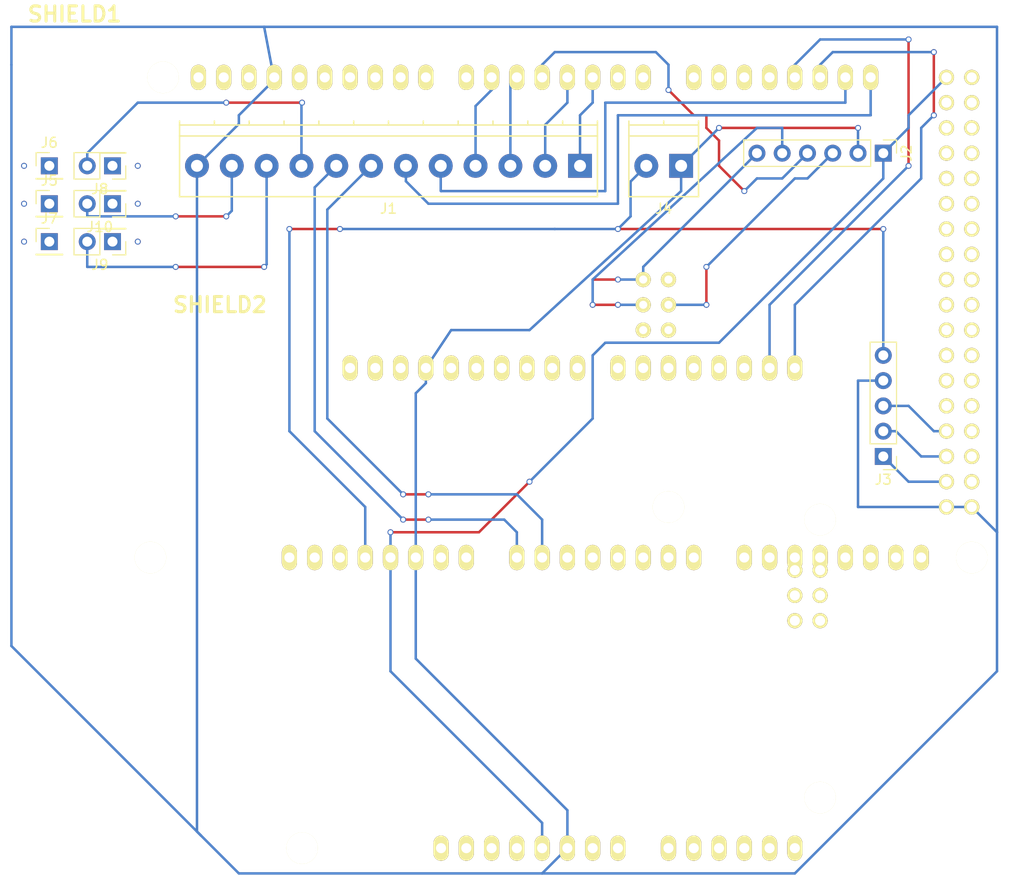
<source format=kicad_pcb>
(kicad_pcb (version 4) (host pcbnew 4.0.6-e0-6349~53~ubuntu16.04.1)

  (general
    (links 37)
    (no_connects 3)
    (area 0 0 0 0)
    (thickness 1.6)
    (drawings 0)
    (tracks 204)
    (zones 0)
    (modules 12)
    (nets 24)
  )

  (page A4)
  (layers
    (0 F.Cu signal)
    (31 B.Cu signal)
    (32 B.Adhes user)
    (33 F.Adhes user)
    (34 B.Paste user)
    (35 F.Paste user)
    (36 B.SilkS user)
    (37 F.SilkS user)
    (38 B.Mask user)
    (39 F.Mask user)
    (40 Dwgs.User user)
    (41 Cmts.User user)
    (42 Eco1.User user)
    (43 Eco2.User user)
    (44 Edge.Cuts user)
    (45 Margin user)
    (46 B.CrtYd user)
    (47 F.CrtYd user)
    (48 B.Fab user)
    (49 F.Fab user)
  )

  (setup
    (last_trace_width 0.25)
    (trace_clearance 0.2)
    (zone_clearance 0.508)
    (zone_45_only no)
    (trace_min 0.2)
    (segment_width 0.2)
    (edge_width 0.15)
    (via_size 0.6)
    (via_drill 0.4)
    (via_min_size 0.4)
    (via_min_drill 0.3)
    (uvia_size 0.3)
    (uvia_drill 0.1)
    (uvias_allowed no)
    (uvia_min_size 0.2)
    (uvia_min_drill 0.1)
    (pcb_text_width 0.3)
    (pcb_text_size 1.5 1.5)
    (mod_edge_width 0.15)
    (mod_text_size 1 1)
    (mod_text_width 0.15)
    (pad_size 1.524 1.524)
    (pad_drill 0.762)
    (pad_to_mask_clearance 0.2)
    (aux_axis_origin 0 0)
    (visible_elements FFFFFF7F)
    (pcbplotparams
      (layerselection 0x00030_80000001)
      (usegerberextensions false)
      (excludeedgelayer true)
      (linewidth 0.100000)
      (plotframeref false)
      (viasonmask false)
      (mode 1)
      (useauxorigin false)
      (hpglpennumber 1)
      (hpglpenspeed 20)
      (hpglpendiameter 15)
      (hpglpenoverlay 2)
      (psnegative false)
      (psa4output false)
      (plotreference true)
      (plotvalue true)
      (plotinvisibletext false)
      (padsonsilk false)
      (subtractmaskfromsilk false)
      (outputformat 1)
      (mirror false)
      (drillshape 1)
      (scaleselection 1)
      (outputdirectory ""))
  )

  (net 0 "")
  (net 1 "Net-(J1-Pad12)")
  (net 2 "Net-(J2-Pad1)")
  (net 3 "Net-(J2-Pad3)")
  (net 4 /uSD_CS)
  (net 5 "Net-(J2-Pad5)")
  (net 6 "Net-(J2-Pad6)")
  (net 7 "Net-(J3-Pad5)")
  (net 8 "Net-(SHIELD1-Pad18)")
  (net 9 "Net-(SHIELD1-Pad19)")
  (net 10 /SHT75_DATA)
  (net 11 /DHT11_DATA)
  (net 12 /DHT22_DATA)
  (net 13 /SHT75_SCK)
  (net 14 /SDA)
  (net 15 /SCL)
  (net 16 /NTC_AN)
  (net 17 /PT100_AN)
  (net 18 "MAX31855_SO(MISO)")
  (net 19 MAX31855_SCK)
  (net 20 MAX31855_CS)
  (net 21 /RTC_RST)
  (net 22 /RTC_DATA)
  (net 23 /RTC_CLK)

  (net_class Default "This is the default net class."
    (clearance 0.2)
    (trace_width 0.25)
    (via_dia 0.6)
    (via_drill 0.4)
    (uvia_dia 0.3)
    (uvia_drill 0.1)
    (add_net /DHT11_DATA)
    (add_net /DHT22_DATA)
    (add_net /NTC_AN)
    (add_net /PT100_AN)
    (add_net /RTC_CLK)
    (add_net /RTC_DATA)
    (add_net /RTC_RST)
    (add_net /SCL)
    (add_net /SDA)
    (add_net /SHT75_DATA)
    (add_net /SHT75_SCK)
    (add_net /uSD_CS)
    (add_net MAX31855_CS)
    (add_net MAX31855_SCK)
    (add_net "MAX31855_SO(MISO)")
    (add_net "Net-(J1-Pad12)")
    (add_net "Net-(J2-Pad1)")
    (add_net "Net-(J2-Pad3)")
    (add_net "Net-(J2-Pad5)")
    (add_net "Net-(J2-Pad6)")
    (add_net "Net-(J3-Pad5)")
    (add_net "Net-(SHIELD1-Pad18)")
    (add_net "Net-(SHIELD1-Pad19)")
  )

  (module freetronics_footprints:ARDUINO_DUE_SHIELD (layer F.Cu) (tedit 59756932) (tstamp 59754972)
    (at 71.12 101.6)
    (descr http://www.thingiverse.com/thing:9630)
    (path /59753EDE)
    (fp_text reference SHIELD1 (at 6.35 -57.15) (layer F.SilkS)
      (effects (font (thickness 0.3048)))
    )
    (fp_text value ARDUINO_DUE_SHIELD (at 13.97 -54.61) (layer F.SilkS) hide
      (effects (font (thickness 0.3048)))
    )
    (fp_line (start 0 -12.7) (end 12.065 -12.7) (layer Cmts.User) (width 0.127))
    (fp_line (start 12.065 -12.7) (end 12.065 0) (layer Cmts.User) (width 0.127))
    (fp_line (start 99.06 0) (end 0 0) (layer Cmts.User) (width 0.381))
    (fp_line (start 97.79 -53.34) (end 0 -53.34) (layer Cmts.User) (width 0.381))
    (fp_line (start 99.06 -40.64) (end 99.06 -52.07) (layer Cmts.User) (width 0.381))
    (fp_line (start 99.06 -52.07) (end 97.79 -53.34) (layer Cmts.User) (width 0.381))
    (fp_line (start 0 0) (end 0 -53.34) (layer Cmts.User) (width 0.381))
    (fp_line (start 99.06 -40.64) (end 101.6 -38.1) (layer Cmts.User) (width 0.381))
    (fp_line (start 101.6 -38.1) (end 101.6 -5.08) (layer Cmts.User) (width 0.381))
    (fp_line (start 101.6 -5.08) (end 99.06 -2.54) (layer Cmts.User) (width 0.381))
    (fp_line (start 99.06 -2.54) (end 99.06 0) (layer Cmts.User) (width 0.381))
    (pad 14 thru_hole oval (at 68.58 -50.8 90) (size 2.54 1.524) (drill 1.016) (layers *.Cu *.Mask F.SilkS))
    (pad 15 thru_hole oval (at 71.12 -50.8 90) (size 2.54 1.524) (drill 1.016) (layers *.Cu *.Mask F.SilkS))
    (pad 16 thru_hole oval (at 73.66 -50.8 90) (size 2.54 1.524) (drill 1.016) (layers *.Cu *.Mask F.SilkS))
    (pad 17 thru_hole oval (at 76.2 -50.8 90) (size 2.54 1.524) (drill 1.016) (layers *.Cu *.Mask F.SilkS))
    (pad 18 thru_hole oval (at 78.74 -50.8 90) (size 2.54 1.524) (drill 1.016) (layers *.Cu *.Mask F.SilkS)
      (net 8 "Net-(SHIELD1-Pad18)"))
    (pad 19 thru_hole oval (at 81.28 -50.8 90) (size 2.54 1.524) (drill 1.016) (layers *.Cu *.Mask F.SilkS)
      (net 9 "Net-(SHIELD1-Pad19)"))
    (pad 20 thru_hole oval (at 83.82 -50.8 90) (size 2.54 1.524) (drill 1.016) (layers *.Cu *.Mask F.SilkS)
      (net 14 /SDA))
    (pad 21 thru_hole oval (at 86.36 -50.8 90) (size 2.54 1.524) (drill 1.016) (layers *.Cu *.Mask F.SilkS)
      (net 15 /SCL))
    (pad C_TX thru_hole oval (at 91.44 -2.54 90) (size 2.54 1.524) (drill 1.016) (layers *.Cu *.Mask F.SilkS))
    (pad C_RX thru_hole oval (at 88.9 -2.54 90) (size 2.54 1.524) (drill 1.016) (layers *.Cu *.Mask F.SilkS))
    (pad DAC1 thru_hole oval (at 86.36 -2.54 90) (size 2.54 1.524) (drill 1.016) (layers *.Cu *.Mask F.SilkS))
    (pad DAC0 thru_hole oval (at 83.82 -2.54 90) (size 2.54 1.524) (drill 1.016) (layers *.Cu *.Mask F.SilkS))
    (pad AD8 thru_hole oval (at 73.66 -2.54 90) (size 2.54 1.524) (drill 1.016) (layers *.Cu *.Mask F.SilkS))
    (pad AD7 thru_hole oval (at 68.58 -2.54 90) (size 2.54 1.524) (drill 1.016) (layers *.Cu *.Mask F.SilkS))
    (pad AD6 thru_hole oval (at 66.04 -2.54 90) (size 2.54 1.524) (drill 1.016) (layers *.Cu *.Mask F.SilkS))
    (pad AD9 thru_hole oval (at 76.2 -2.54 90) (size 2.54 1.524) (drill 1.016) (layers *.Cu *.Mask F.SilkS))
    (pad AD10 thru_hole oval (at 78.74 -2.54 90) (size 2.54 1.524) (drill 1.016) (layers *.Cu *.Mask F.SilkS))
    (pad AD11 thru_hole oval (at 81.28 -2.54 90) (size 2.54 1.524) (drill 1.016) (layers *.Cu *.Mask F.SilkS))
    (pad AD5 thru_hole oval (at 63.5 -2.54 90) (size 2.54 1.524) (drill 1.016) (layers *.Cu *.Mask F.SilkS))
    (pad AD4 thru_hole oval (at 60.96 -2.54 90) (size 2.54 1.524) (drill 1.016) (layers *.Cu *.Mask F.SilkS))
    (pad AD3 thru_hole oval (at 58.42 -2.54 90) (size 2.54 1.524) (drill 1.016) (layers *.Cu *.Mask F.SilkS))
    (pad AD0 thru_hole oval (at 50.8 -2.54 90) (size 2.54 1.524) (drill 1.016) (layers *.Cu *.Mask F.SilkS)
      (net 17 /PT100_AN))
    (pad AD1 thru_hole oval (at 53.34 -2.54 90) (size 2.54 1.524) (drill 1.016) (layers *.Cu *.Mask F.SilkS)
      (net 16 /NTC_AN))
    (pad AD2 thru_hole oval (at 55.88 -2.54 90) (size 2.54 1.524) (drill 1.016) (layers *.Cu *.Mask F.SilkS))
    (pad V_IN thru_hole oval (at 45.72 -2.54 90) (size 2.54 1.524) (drill 1.016) (layers *.Cu *.Mask F.SilkS))
    (pad GND2 thru_hole oval (at 43.18 -2.54 90) (size 2.54 1.524) (drill 1.016) (layers *.Cu *.Mask F.SilkS)
      (net 1 "Net-(J1-Pad12)"))
    (pad GND1 thru_hole oval (at 40.64 -2.54 90) (size 2.54 1.524) (drill 1.016) (layers *.Cu *.Mask F.SilkS)
      (net 1 "Net-(J1-Pad12)"))
    (pad 3V3 thru_hole oval (at 35.56 -2.54 90) (size 2.54 1.524) (drill 1.016) (layers *.Cu *.Mask F.SilkS)
      (net 7 "Net-(J3-Pad5)"))
    (pad RST thru_hole oval (at 33.02 -2.54 90) (size 2.54 1.524) (drill 1.016) (layers *.Cu *.Mask F.SilkS))
    (pad 0 thru_hole oval (at 63.5 -50.8 90) (size 2.54 1.524) (drill 1.016) (layers *.Cu *.Mask F.SilkS))
    (pad 1 thru_hole oval (at 60.96 -50.8 90) (size 2.54 1.524) (drill 1.016) (layers *.Cu *.Mask F.SilkS))
    (pad 2 thru_hole oval (at 58.42 -50.8 90) (size 2.54 1.524) (drill 1.016) (layers *.Cu *.Mask F.SilkS)
      (net 11 /DHT11_DATA))
    (pad 3 thru_hole oval (at 55.88 -50.8 90) (size 2.54 1.524) (drill 1.016) (layers *.Cu *.Mask F.SilkS)
      (net 12 /DHT22_DATA))
    (pad 4 thru_hole oval (at 53.34 -50.8 90) (size 2.54 1.524) (drill 1.016) (layers *.Cu *.Mask F.SilkS)
      (net 4 /uSD_CS))
    (pad 5 thru_hole oval (at 50.8 -50.8 90) (size 2.54 1.524) (drill 1.016) (layers *.Cu *.Mask F.SilkS)
      (net 13 /SHT75_SCK))
    (pad 6 thru_hole oval (at 48.26 -50.8 90) (size 2.54 1.524) (drill 1.016) (layers *.Cu *.Mask F.SilkS)
      (net 10 /SHT75_DATA))
    (pad 7 thru_hole oval (at 45.72 -50.8 90) (size 2.54 1.524) (drill 1.016) (layers *.Cu *.Mask F.SilkS))
    (pad 8 thru_hole oval (at 41.656 -50.8 90) (size 2.54 1.524) (drill 1.016) (layers *.Cu *.Mask F.SilkS))
    (pad 9 thru_hole oval (at 39.116 -50.8 90) (size 2.54 1.524) (drill 1.016) (layers *.Cu *.Mask F.SilkS))
    (pad 10 thru_hole oval (at 36.576 -50.8 90) (size 2.54 1.524) (drill 1.016) (layers *.Cu *.Mask F.SilkS))
    (pad 11 thru_hole oval (at 34.036 -50.8 90) (size 2.54 1.524) (drill 1.016) (layers *.Cu *.Mask F.SilkS))
    (pad 12 thru_hole oval (at 31.496 -50.8 90) (size 2.54 1.524) (drill 1.016) (layers *.Cu *.Mask F.SilkS))
    (pad 13 thru_hole oval (at 28.956 -50.8 90) (size 2.54 1.524) (drill 1.016) (layers *.Cu *.Mask F.SilkS))
    (pad GND3 thru_hole oval (at 26.416 -50.8 90) (size 2.54 1.524) (drill 1.016) (layers *.Cu *.Mask F.SilkS)
      (net 1 "Net-(J1-Pad12)"))
    (pad AREF thru_hole oval (at 23.876 -50.8 90) (size 2.54 1.524) (drill 1.016) (layers *.Cu *.Mask F.SilkS))
    (pad 5V thru_hole oval (at 38.1 -2.54 90) (size 2.54 1.524) (drill 1.016) (layers *.Cu *.Mask F.SilkS)
      (net 2 "Net-(J2-Pad1)"))
    (pad "" np_thru_hole circle (at 96.52 -2.54 90) (size 3.175 3.175) (drill 3.175) (layers *.Cu *.Mask F.SilkS))
    (pad "" np_thru_hole circle (at 15.24 -50.8 90) (size 3.175 3.175) (drill 3.175) (layers *.Cu *.Mask F.SilkS))
    (pad "" np_thru_hole circle (at 13.97 -2.54 90) (size 3.175 3.175) (drill 3.175) (layers *.Cu *.Mask F.SilkS))
    (pad 22 thru_hole circle (at 93.98 -48.26) (size 1.524 1.524) (drill 1.016) (layers *.Cu *.Mask F.SilkS))
    (pad 23 thru_hole circle (at 96.52 -48.26) (size 1.524 1.524) (drill 1.016) (layers *.Cu *.Mask F.SilkS))
    (pad 24 thru_hole circle (at 93.98 -45.72) (size 1.524 1.524) (drill 1.016) (layers *.Cu *.Mask F.SilkS))
    (pad 25 thru_hole circle (at 96.52 -45.72) (size 1.524 1.524) (drill 1.016) (layers *.Cu *.Mask F.SilkS))
    (pad 26 thru_hole circle (at 93.98 -43.18) (size 1.524 1.524) (drill 1.016) (layers *.Cu *.Mask F.SilkS))
    (pad 27 thru_hole circle (at 96.52 -43.18) (size 1.524 1.524) (drill 1.016) (layers *.Cu *.Mask F.SilkS))
    (pad 28 thru_hole circle (at 93.98 -40.64) (size 1.524 1.524) (drill 1.016) (layers *.Cu *.Mask F.SilkS))
    (pad 29 thru_hole circle (at 96.52 -40.64) (size 1.524 1.524) (drill 1.016) (layers *.Cu *.Mask F.SilkS))
    (pad 5V_4 thru_hole circle (at 93.98 -50.8) (size 1.524 1.524) (drill 1.016) (layers *.Cu *.Mask F.SilkS)
      (net 2 "Net-(J2-Pad1)"))
    (pad 5V_5 thru_hole circle (at 96.52 -50.8) (size 1.524 1.524) (drill 1.016) (layers *.Cu *.Mask F.SilkS)
      (net 2 "Net-(J2-Pad1)"))
    (pad 31 thru_hole circle (at 96.52 -38.1) (size 1.524 1.524) (drill 1.016) (layers *.Cu *.Mask F.SilkS))
    (pad 30 thru_hole circle (at 93.98 -38.1) (size 1.524 1.524) (drill 1.016) (layers *.Cu *.Mask F.SilkS))
    (pad 32 thru_hole circle (at 93.98 -35.56) (size 1.524 1.524) (drill 1.016) (layers *.Cu *.Mask F.SilkS))
    (pad 33 thru_hole circle (at 96.52 -35.56) (size 1.524 1.524) (drill 1.016) (layers *.Cu *.Mask F.SilkS))
    (pad 34 thru_hole circle (at 93.98 -33.02) (size 1.524 1.524) (drill 1.016) (layers *.Cu *.Mask F.SilkS))
    (pad 35 thru_hole circle (at 96.52 -33.02) (size 1.524 1.524) (drill 1.016) (layers *.Cu *.Mask F.SilkS))
    (pad 36 thru_hole circle (at 93.98 -30.48) (size 1.524 1.524) (drill 1.016) (layers *.Cu *.Mask F.SilkS))
    (pad 37 thru_hole circle (at 96.52 -30.48) (size 1.524 1.524) (drill 1.016) (layers *.Cu *.Mask F.SilkS))
    (pad 38 thru_hole circle (at 93.98 -27.94) (size 1.524 1.524) (drill 1.016) (layers *.Cu *.Mask F.SilkS))
    (pad 39 thru_hole circle (at 96.52 -27.94) (size 1.524 1.524) (drill 1.016) (layers *.Cu *.Mask F.SilkS))
    (pad 40 thru_hole circle (at 93.98 -25.4) (size 1.524 1.524) (drill 1.016) (layers *.Cu *.Mask F.SilkS))
    (pad 41 thru_hole circle (at 96.52 -25.4) (size 1.524 1.524) (drill 1.016) (layers *.Cu *.Mask F.SilkS))
    (pad 42 thru_hole circle (at 93.98 -22.86) (size 1.524 1.524) (drill 1.016) (layers *.Cu *.Mask F.SilkS))
    (pad 43 thru_hole circle (at 96.52 -22.86) (size 1.524 1.524) (drill 1.016) (layers *.Cu *.Mask F.SilkS))
    (pad 44 thru_hole circle (at 93.98 -20.32) (size 1.524 1.524) (drill 1.016) (layers *.Cu *.Mask F.SilkS))
    (pad 45 thru_hole circle (at 96.52 -20.32) (size 1.524 1.524) (drill 1.016) (layers *.Cu *.Mask F.SilkS))
    (pad 46 thru_hole circle (at 93.98 -17.78) (size 1.524 1.524) (drill 1.016) (layers *.Cu *.Mask F.SilkS))
    (pad 47 thru_hole circle (at 96.52 -17.78) (size 1.524 1.524) (drill 1.016) (layers *.Cu *.Mask F.SilkS))
    (pad 48 thru_hole circle (at 93.98 -15.24) (size 1.524 1.524) (drill 1.016) (layers *.Cu *.Mask F.SilkS)
      (net 23 /RTC_CLK))
    (pad 49 thru_hole circle (at 96.52 -15.24) (size 1.524 1.524) (drill 1.016) (layers *.Cu *.Mask F.SilkS))
    (pad 50 thru_hole circle (at 93.98 -12.7) (size 1.524 1.524) (drill 1.016) (layers *.Cu *.Mask F.SilkS)
      (net 22 /RTC_DATA))
    (pad 51 thru_hole circle (at 96.52 -12.7) (size 1.524 1.524) (drill 1.016) (layers *.Cu *.Mask F.SilkS))
    (pad 52 thru_hole circle (at 93.98 -10.16) (size 1.524 1.524) (drill 1.016) (layers *.Cu *.Mask F.SilkS)
      (net 21 /RTC_RST))
    (pad 53 thru_hole circle (at 96.52 -10.16) (size 1.524 1.524) (drill 1.016) (layers *.Cu *.Mask F.SilkS))
    (pad GND4 thru_hole circle (at 93.98 -7.62) (size 1.524 1.524) (drill 1.016) (layers *.Cu *.Mask F.SilkS)
      (net 1 "Net-(J1-Pad12)"))
    (pad GND5 thru_hole circle (at 96.52 -7.62) (size 1.524 1.524) (drill 1.016) (layers *.Cu *.Mask F.SilkS)
      (net 1 "Net-(J1-Pad12)"))
    (pad SP1 thru_hole circle (at 63.5 -30.48) (size 1.524 1.524) (drill 0.8128) (layers *.Cu *.Mask F.SilkS)
      (net 6 "Net-(J2-Pad6)"))
    (pad SP2 thru_hole circle (at 66.04 -30.48) (size 1.524 1.524) (drill 0.8128) (layers *.Cu *.Mask F.SilkS))
    (pad SP3 thru_hole circle (at 63.5 -27.94) (size 1.524 1.524) (drill 0.8128) (layers *.Cu *.Mask F.SilkS)
      (net 5 "Net-(J2-Pad5)"))
    (pad SP4 thru_hole circle (at 66.04 -27.94) (size 1.524 1.524) (drill 0.8128) (layers *.Cu *.Mask F.SilkS)
      (net 3 "Net-(J2-Pad3)"))
    (pad SP5 thru_hole circle (at 63.5 -25.4) (size 1.524 1.524) (drill 0.8128) (layers *.Cu *.Mask F.SilkS))
    (pad SP6 thru_hole circle (at 66.04 -25.4) (size 1.524 1.524) (drill 0.8128) (layers *.Cu *.Mask F.SilkS))
    (pad "" np_thru_hole circle (at 66.04 -7.62) (size 3.175 3.175) (drill 3.175) (layers *.Cu *.Mask F.SilkS))
    (pad IO_R thru_hole oval (at 30.48 -2.54 90) (size 2.54 1.524) (drill 1.016) (layers *.Cu *.Mask F.SilkS))
    (pad NC thru_hole oval (at 27.94 -2.54 90) (size 2.54 1.524) (drill 1.016) (layers *.Cu *.Mask F.SilkS))
    (pad SDA1 thru_hole oval (at 21.336 -50.8 90) (size 2.54 1.524) (drill 1.016) (layers *.Cu *.Mask F.SilkS))
    (pad SCL1 thru_hole oval (at 18.796 -50.8 90) (size 2.54 1.524) (drill 1.016) (layers *.Cu *.Mask F.SilkS))
    (model packages3d\nick\ArduinoMegaShield.wrl
      (at (xyz 0 0 0))
      (scale (xyz 1 1 1))
      (rotate (xyz 0 0 0))
    )
  )

  (module Pin_Headers:Pin_Header_Straight_1x06_Pitch2.54mm (layer F.Cu) (tedit 59650532) (tstamp 59754903)
    (at 158.75 58.42 270)
    (descr "Through hole straight pin header, 1x06, 2.54mm pitch, single row")
    (tags "Through hole pin header THT 1x06 2.54mm single row")
    (path /5975403B)
    (fp_text reference J2 (at 0 -2.33 270) (layer F.SilkS)
      (effects (font (size 1 1) (thickness 0.15)))
    )
    (fp_text value micro_SD (at 0 15.03 270) (layer F.Fab)
      (effects (font (size 1 1) (thickness 0.15)))
    )
    (fp_line (start -0.635 -1.27) (end 1.27 -1.27) (layer F.Fab) (width 0.1))
    (fp_line (start 1.27 -1.27) (end 1.27 13.97) (layer F.Fab) (width 0.1))
    (fp_line (start 1.27 13.97) (end -1.27 13.97) (layer F.Fab) (width 0.1))
    (fp_line (start -1.27 13.97) (end -1.27 -0.635) (layer F.Fab) (width 0.1))
    (fp_line (start -1.27 -0.635) (end -0.635 -1.27) (layer F.Fab) (width 0.1))
    (fp_line (start -1.33 14.03) (end 1.33 14.03) (layer F.SilkS) (width 0.12))
    (fp_line (start -1.33 1.27) (end -1.33 14.03) (layer F.SilkS) (width 0.12))
    (fp_line (start 1.33 1.27) (end 1.33 14.03) (layer F.SilkS) (width 0.12))
    (fp_line (start -1.33 1.27) (end 1.33 1.27) (layer F.SilkS) (width 0.12))
    (fp_line (start -1.33 0) (end -1.33 -1.33) (layer F.SilkS) (width 0.12))
    (fp_line (start -1.33 -1.33) (end 0 -1.33) (layer F.SilkS) (width 0.12))
    (fp_line (start -1.8 -1.8) (end -1.8 14.5) (layer F.CrtYd) (width 0.05))
    (fp_line (start -1.8 14.5) (end 1.8 14.5) (layer F.CrtYd) (width 0.05))
    (fp_line (start 1.8 14.5) (end 1.8 -1.8) (layer F.CrtYd) (width 0.05))
    (fp_line (start 1.8 -1.8) (end -1.8 -1.8) (layer F.CrtYd) (width 0.05))
    (fp_text user %R (at 0 6.35 360) (layer F.Fab)
      (effects (font (size 1 1) (thickness 0.15)))
    )
    (pad 1 thru_hole rect (at 0 0 270) (size 1.7 1.7) (drill 1) (layers *.Cu *.Mask)
      (net 2 "Net-(J2-Pad1)"))
    (pad 2 thru_hole oval (at 0 2.54 270) (size 1.7 1.7) (drill 1) (layers *.Cu *.Mask)
      (net 1 "Net-(J1-Pad12)"))
    (pad 3 thru_hole oval (at 0 5.08 270) (size 1.7 1.7) (drill 1) (layers *.Cu *.Mask)
      (net 3 "Net-(J2-Pad3)"))
    (pad 4 thru_hole oval (at 0 7.62 270) (size 1.7 1.7) (drill 1) (layers *.Cu *.Mask)
      (net 4 /uSD_CS))
    (pad 5 thru_hole oval (at 0 10.16 270) (size 1.7 1.7) (drill 1) (layers *.Cu *.Mask)
      (net 5 "Net-(J2-Pad5)"))
    (pad 6 thru_hole oval (at 0 12.7 270) (size 1.7 1.7) (drill 1) (layers *.Cu *.Mask)
      (net 6 "Net-(J2-Pad6)"))
    (model ${KISYS3DMOD}/Pin_Headers.3dshapes/Pin_Header_Straight_1x06_Pitch2.54mm.wrl
      (at (xyz 0 0 0))
      (scale (xyz 1 1 1))
      (rotate (xyz 0 0 0))
    )
  )

  (module Pin_Headers:Pin_Header_Straight_1x05_Pitch2.54mm (layer F.Cu) (tedit 59650532) (tstamp 5975490C)
    (at 158.75 88.9 180)
    (descr "Through hole straight pin header, 1x05, 2.54mm pitch, single row")
    (tags "Through hole pin header THT 1x05 2.54mm single row")
    (path /597540FC)
    (fp_text reference J3 (at 0 -2.33 180) (layer F.SilkS)
      (effects (font (size 1 1) (thickness 0.15)))
    )
    (fp_text value RTC (at 0 12.49 180) (layer F.Fab)
      (effects (font (size 1 1) (thickness 0.15)))
    )
    (fp_line (start -0.635 -1.27) (end 1.27 -1.27) (layer F.Fab) (width 0.1))
    (fp_line (start 1.27 -1.27) (end 1.27 11.43) (layer F.Fab) (width 0.1))
    (fp_line (start 1.27 11.43) (end -1.27 11.43) (layer F.Fab) (width 0.1))
    (fp_line (start -1.27 11.43) (end -1.27 -0.635) (layer F.Fab) (width 0.1))
    (fp_line (start -1.27 -0.635) (end -0.635 -1.27) (layer F.Fab) (width 0.1))
    (fp_line (start -1.33 11.49) (end 1.33 11.49) (layer F.SilkS) (width 0.12))
    (fp_line (start -1.33 1.27) (end -1.33 11.49) (layer F.SilkS) (width 0.12))
    (fp_line (start 1.33 1.27) (end 1.33 11.49) (layer F.SilkS) (width 0.12))
    (fp_line (start -1.33 1.27) (end 1.33 1.27) (layer F.SilkS) (width 0.12))
    (fp_line (start -1.33 0) (end -1.33 -1.33) (layer F.SilkS) (width 0.12))
    (fp_line (start -1.33 -1.33) (end 0 -1.33) (layer F.SilkS) (width 0.12))
    (fp_line (start -1.8 -1.8) (end -1.8 11.95) (layer F.CrtYd) (width 0.05))
    (fp_line (start -1.8 11.95) (end 1.8 11.95) (layer F.CrtYd) (width 0.05))
    (fp_line (start 1.8 11.95) (end 1.8 -1.8) (layer F.CrtYd) (width 0.05))
    (fp_line (start 1.8 -1.8) (end -1.8 -1.8) (layer F.CrtYd) (width 0.05))
    (fp_text user %R (at 0 5.08 270) (layer F.Fab)
      (effects (font (size 1 1) (thickness 0.15)))
    )
    (pad 1 thru_hole rect (at 0 0 180) (size 1.7 1.7) (drill 1) (layers *.Cu *.Mask)
      (net 21 /RTC_RST))
    (pad 2 thru_hole oval (at 0 2.54 180) (size 1.7 1.7) (drill 1) (layers *.Cu *.Mask)
      (net 22 /RTC_DATA))
    (pad 3 thru_hole oval (at 0 5.08 180) (size 1.7 1.7) (drill 1) (layers *.Cu *.Mask)
      (net 23 /RTC_CLK))
    (pad 4 thru_hole oval (at 0 7.62 180) (size 1.7 1.7) (drill 1) (layers *.Cu *.Mask)
      (net 1 "Net-(J1-Pad12)"))
    (pad 5 thru_hole oval (at 0 10.16 180) (size 1.7 1.7) (drill 1) (layers *.Cu *.Mask)
      (net 7 "Net-(J3-Pad5)"))
    (model ${KISYS3DMOD}/Pin_Headers.3dshapes/Pin_Header_Straight_1x05_Pitch2.54mm.wrl
      (at (xyz 0 0 0))
      (scale (xyz 1 1 1))
      (rotate (xyz 0 0 0))
    )
  )

  (module freetronics_footprints:ARDUINO_SHIELD (layer F.Cu) (tedit 5975693B) (tstamp 597549A0)
    (at 86.36 130.81)
    (descr http://www.thingiverse.com/thing:9630)
    (path /59754172)
    (fp_text reference SHIELD2 (at 5.715 -57.15) (layer F.SilkS)
      (effects (font (thickness 0.3048)))
    )
    (fp_text value WIFI_SHIELD (at 10.16 -54.61) (layer F.SilkS) hide
      (effects (font (thickness 0.3048)))
    )
    (fp_line (start 66.04 -40.64) (end 66.04 -52.07) (layer Cmts.User) (width 0.381))
    (fp_line (start 66.04 -52.07) (end 64.77 -53.34) (layer Cmts.User) (width 0.381))
    (fp_line (start 64.77 -53.34) (end 0 -53.34) (layer Cmts.User) (width 0.381))
    (fp_line (start 66.04 0) (end 0 0) (layer Cmts.User) (width 0.381))
    (fp_line (start 0 0) (end 0 -53.34) (layer Cmts.User) (width 0.381))
    (fp_line (start 66.04 -40.64) (end 68.58 -38.1) (layer Cmts.User) (width 0.381))
    (fp_line (start 68.58 -38.1) (end 68.58 -5.08) (layer Cmts.User) (width 0.381))
    (fp_line (start 68.58 -5.08) (end 66.04 -2.54) (layer Cmts.User) (width 0.381))
    (fp_line (start 66.04 -2.54) (end 66.04 0) (layer Cmts.User) (width 0.381))
    (pad AD5 thru_hole oval (at 63.5 -2.54 90) (size 2.54 1.524) (drill 1.016) (layers *.Cu *.Mask F.SilkS))
    (pad AD4 thru_hole oval (at 60.96 -2.54 90) (size 2.54 1.524) (drill 1.016) (layers *.Cu *.Mask F.SilkS))
    (pad AD3 thru_hole oval (at 58.42 -2.54 90) (size 2.54 1.524) (drill 1.016) (layers *.Cu *.Mask F.SilkS))
    (pad AD0 thru_hole oval (at 50.8 -2.54 90) (size 2.54 1.524) (drill 1.016) (layers *.Cu *.Mask F.SilkS))
    (pad AD1 thru_hole oval (at 53.34 -2.54 90) (size 2.54 1.524) (drill 1.016) (layers *.Cu *.Mask F.SilkS))
    (pad AD2 thru_hole oval (at 55.88 -2.54 90) (size 2.54 1.524) (drill 1.016) (layers *.Cu *.Mask F.SilkS))
    (pad V_IN thru_hole oval (at 45.72 -2.54 90) (size 2.54 1.524) (drill 1.016) (layers *.Cu *.Mask F.SilkS))
    (pad GND2 thru_hole oval (at 43.18 -2.54 90) (size 2.54 1.524) (drill 1.016) (layers *.Cu *.Mask F.SilkS)
      (net 1 "Net-(J1-Pad12)"))
    (pad GND1 thru_hole oval (at 40.64 -2.54 90) (size 2.54 1.524) (drill 1.016) (layers *.Cu *.Mask F.SilkS)
      (net 1 "Net-(J1-Pad12)"))
    (pad 3V3 thru_hole oval (at 35.56 -2.54 90) (size 2.54 1.524) (drill 1.016) (layers *.Cu *.Mask F.SilkS))
    (pad RST thru_hole oval (at 33.02 -2.54 90) (size 2.54 1.524) (drill 1.016) (layers *.Cu *.Mask F.SilkS))
    (pad 0 thru_hole oval (at 63.5 -50.8 90) (size 2.54 1.524) (drill 1.016) (layers *.Cu *.Mask F.SilkS)
      (net 9 "Net-(SHIELD1-Pad19)"))
    (pad 1 thru_hole oval (at 60.96 -50.8 90) (size 2.54 1.524) (drill 1.016) (layers *.Cu *.Mask F.SilkS)
      (net 8 "Net-(SHIELD1-Pad18)"))
    (pad 2 thru_hole oval (at 58.42 -50.8 90) (size 2.54 1.524) (drill 1.016) (layers *.Cu *.Mask F.SilkS))
    (pad 3 thru_hole oval (at 55.88 -50.8 90) (size 2.54 1.524) (drill 1.016) (layers *.Cu *.Mask F.SilkS))
    (pad 4 thru_hole oval (at 53.34 -50.8 90) (size 2.54 1.524) (drill 1.016) (layers *.Cu *.Mask F.SilkS))
    (pad 5 thru_hole oval (at 50.8 -50.8 90) (size 2.54 1.524) (drill 1.016) (layers *.Cu *.Mask F.SilkS))
    (pad 6 thru_hole oval (at 48.26 -50.8 90) (size 2.54 1.524) (drill 1.016) (layers *.Cu *.Mask F.SilkS))
    (pad 7 thru_hole oval (at 45.72 -50.8 90) (size 2.54 1.524) (drill 1.016) (layers *.Cu *.Mask F.SilkS))
    (pad 8 thru_hole oval (at 41.656 -50.8 90) (size 2.54 1.524) (drill 1.016) (layers *.Cu *.Mask F.SilkS))
    (pad 9 thru_hole oval (at 39.116 -50.8 90) (size 2.54 1.524) (drill 1.016) (layers *.Cu *.Mask F.SilkS))
    (pad 10 thru_hole oval (at 36.576 -50.8 90) (size 2.54 1.524) (drill 1.016) (layers *.Cu *.Mask F.SilkS))
    (pad 11 thru_hole oval (at 34.036 -50.8 90) (size 2.54 1.524) (drill 1.016) (layers *.Cu *.Mask F.SilkS))
    (pad 12 thru_hole oval (at 31.496 -50.8 90) (size 2.54 1.524) (drill 1.016) (layers *.Cu *.Mask F.SilkS))
    (pad 13 thru_hole oval (at 28.956 -50.8 90) (size 2.54 1.524) (drill 1.016) (layers *.Cu *.Mask F.SilkS))
    (pad GND3 thru_hole oval (at 26.416 -50.8 90) (size 2.54 1.524) (drill 1.016) (layers *.Cu *.Mask F.SilkS)
      (net 1 "Net-(J1-Pad12)"))
    (pad AREF thru_hole oval (at 23.876 -50.8 90) (size 2.54 1.524) (drill 1.016) (layers *.Cu *.Mask F.SilkS))
    (pad 5V thru_hole oval (at 38.1 -2.54 90) (size 2.54 1.524) (drill 1.016) (layers *.Cu *.Mask F.SilkS)
      (net 2 "Net-(J2-Pad1)"))
    (pad "" np_thru_hole circle (at 66.04 -7.62 90) (size 3.175 3.175) (drill 3.175) (layers *.Cu *.Mask F.SilkS))
    (pad "" np_thru_hole circle (at 66.04 -35.56 90) (size 3.175 3.175) (drill 3.175) (layers *.Cu *.Mask F.SilkS))
    (pad "" np_thru_hole circle (at 13.97 -2.54 90) (size 3.175 3.175) (drill 3.175) (layers *.Cu *.Mask F.SilkS))
    (pad SDA thru_hole oval (at 21.336 -50.8 90) (size 2.54 1.524) (drill 1.016) (layers *.Cu *.Mask F.SilkS))
    (pad SCL thru_hole oval (at 18.796 -50.8 90) (size 2.54 1.524) (drill 1.016) (layers *.Cu *.Mask F.SilkS))
    (pad IO_R thru_hole oval (at 30.48 -2.54 90) (size 2.54 1.524) (drill 1.016) (layers *.Cu *.Mask F.SilkS))
    (pad NC thru_hole oval (at 27.94 -2.54 90) (size 2.54 1.524) (drill 1.016) (layers *.Cu *.Mask F.SilkS))
    (pad SP1 thru_hole circle (at 63.5 -30.48 90) (size 1.524 1.524) (drill 1.016) (layers *.Cu *.Mask F.SilkS))
    (pad SP2 thru_hole circle (at 66.04 -30.48 90) (size 1.524 1.524) (drill 1.016) (layers *.Cu *.Mask F.SilkS))
    (pad SP3 thru_hole circle (at 63.5 -27.94 90) (size 1.524 1.524) (drill 1.016) (layers *.Cu *.Mask F.SilkS))
    (pad SP4 thru_hole circle (at 66.04 -27.94 90) (size 1.524 1.524) (drill 1.016) (layers *.Cu *.Mask F.SilkS))
    (pad SP5 thru_hole circle (at 63.5 -25.4 90) (size 1.524 1.524) (drill 1.016) (layers *.Cu *.Mask F.SilkS))
    (pad SP6 thru_hole circle (at 66.04 -25.4 90) (size 1.524 1.524) (drill 1.016) (layers *.Cu *.Mask F.SilkS))
  )

  (module Connectors_Terminal_Blocks:TerminalBlock_Pheonix_PT-3.5mm_12pol (layer F.Cu) (tedit 0) (tstamp 59756010)
    (at 128.27 59.69 180)
    (descr "12-way 3.5mm pitch terminal block, Phoenix PT series")
    (path /59753F58)
    (fp_text reference J1 (at 19.25 -4.3 180) (layer F.SilkS)
      (effects (font (size 1 1) (thickness 0.15)))
    )
    (fp_text value Temp_RH_Module (at 19.25 6 180) (layer F.Fab)
      (effects (font (size 1 1) (thickness 0.15)))
    )
    (fp_line (start -2 -3.3) (end -1.9 -3.3) (layer F.CrtYd) (width 0.05))
    (fp_line (start -2 4.7) (end -2 -3.3) (layer F.CrtYd) (width 0.05))
    (fp_line (start 40.5 4.7) (end -2 4.7) (layer F.CrtYd) (width 0.05))
    (fp_line (start 40.5 -3.3) (end 40.5 4.7) (layer F.CrtYd) (width 0.05))
    (fp_line (start 40.4 -3.3) (end 40.5 -3.3) (layer F.CrtYd) (width 0.05))
    (fp_line (start -1.9 -3.3) (end 40.4 -3.3) (layer F.CrtYd) (width 0.05))
    (fp_line (start 36.75 4.1) (end 36.75 4.5) (layer F.SilkS) (width 0.15))
    (fp_line (start 33.25 4.1) (end 33.25 4.5) (layer F.SilkS) (width 0.15))
    (fp_line (start 26.25 4.1) (end 26.25 4.5) (layer F.SilkS) (width 0.15))
    (fp_line (start 29.75 4.1) (end 29.75 4.5) (layer F.SilkS) (width 0.15))
    (fp_line (start 22.75 4.1) (end 22.75 4.5) (layer F.SilkS) (width 0.15))
    (fp_line (start 8.75 4.1) (end 8.75 4.5) (layer F.SilkS) (width 0.15))
    (fp_line (start 19.25 4.1) (end 19.25 4.5) (layer F.SilkS) (width 0.15))
    (fp_line (start 15.75 4.1) (end 15.75 4.5) (layer F.SilkS) (width 0.15))
    (fp_line (start 1.75 4.1) (end 1.75 4.5) (layer F.SilkS) (width 0.15))
    (fp_line (start 5.25 4.1) (end 5.25 4.5) (layer F.SilkS) (width 0.15))
    (fp_line (start 12.25 4.1) (end 12.25 4.5) (layer F.SilkS) (width 0.15))
    (fp_line (start -1.75 3) (end 40.25 3) (layer F.SilkS) (width 0.15))
    (fp_line (start -1.75 4.1) (end 40.25 4.1) (layer F.SilkS) (width 0.15))
    (fp_line (start -1.75 -3.1) (end -1.75 4.5) (layer F.SilkS) (width 0.15))
    (fp_line (start 40.25 4.5) (end 40.25 -3.1) (layer F.SilkS) (width 0.15))
    (fp_line (start 40.25 -3.1) (end -1.75 -3.1) (layer F.SilkS) (width 0.15))
    (pad 3 thru_hole circle (at 7 0) (size 2.4 2.4) (drill 1.2) (layers *.Cu *.Mask)
      (net 13 /SHT75_SCK))
    (pad 2 thru_hole circle (at 3.5 0) (size 2.4 2.4) (drill 1.2) (layers *.Cu *.Mask)
      (net 12 /DHT22_DATA))
    (pad 4 thru_hole circle (at 10.5 0) (size 2.4 2.4) (drill 1.2) (layers *.Cu *.Mask)
      (net 10 /SHT75_DATA))
    (pad 5 thru_hole circle (at 14 0) (size 2.4 2.4) (drill 1.2) (layers *.Cu *.Mask)
      (net 14 /SDA))
    (pad 6 thru_hole circle (at 17.5 0) (size 2.4 2.4) (drill 1.2) (layers *.Cu *.Mask)
      (net 15 /SCL))
    (pad 7 thru_hole circle (at 21 0) (size 2.4 2.4) (drill 1.2) (layers *.Cu *.Mask)
      (net 16 /NTC_AN))
    (pad 1 thru_hole rect (at 0 0) (size 2.4 2.4) (drill 1.2) (layers *.Cu *.Mask)
      (net 11 /DHT11_DATA))
    (pad 8 thru_hole circle (at 24.5 0) (size 2.4 2.4) (drill 1.2) (layers *.Cu *.Mask)
      (net 17 /PT100_AN))
    (pad 9 thru_hole circle (at 28 0) (size 2.4 2.4) (drill 1.2) (layers *.Cu *.Mask)
      (net 18 "MAX31855_SO(MISO)"))
    (pad 10 thru_hole circle (at 31.5 0) (size 2.4 2.4) (drill 1.2) (layers *.Cu *.Mask)
      (net 19 MAX31855_SCK))
    (pad 11 thru_hole circle (at 35 0) (size 2.4 2.4) (drill 1.2) (layers *.Cu *.Mask)
      (net 20 MAX31855_CS))
    (pad 12 thru_hole circle (at 38.5 0) (size 2.4 2.4) (drill 1.2) (layers *.Cu *.Mask)
      (net 1 "Net-(J1-Pad12)"))
    (model Terminal_Blocks.3dshapes/TerminalBlock_Pheonix_PT-3.5mm_12pol.wrl
      (at (xyz 0 0 0))
      (scale (xyz 1 1 1))
      (rotate (xyz 0 0 0))
    )
  )

  (module Connectors_Terminal_Blocks:TerminalBlock_Pheonix_PT-3.5mm_2pol (layer F.Cu) (tedit 0) (tstamp 5975601F)
    (at 138.43 59.69 180)
    (descr "2-way 3.5mm pitch terminal block, Phoenix PT series")
    (path /59754D6C)
    (fp_text reference J4 (at 1.75 -4.3 180) (layer F.SilkS)
      (effects (font (size 1 1) (thickness 0.15)))
    )
    (fp_text value Screw_Terminal_1x02 (at 1.75 6 180) (layer F.Fab)
      (effects (font (size 1 1) (thickness 0.15)))
    )
    (fp_line (start -1.9 -3.3) (end 5.4 -3.3) (layer F.CrtYd) (width 0.05))
    (fp_line (start -1.9 4.7) (end -1.9 -3.3) (layer F.CrtYd) (width 0.05))
    (fp_line (start 5.4 4.7) (end -1.9 4.7) (layer F.CrtYd) (width 0.05))
    (fp_line (start 5.4 -3.3) (end 5.4 4.7) (layer F.CrtYd) (width 0.05))
    (fp_line (start 1.75 4.1) (end 1.75 4.5) (layer F.SilkS) (width 0.15))
    (fp_line (start -1.75 3) (end 5.25 3) (layer F.SilkS) (width 0.15))
    (fp_line (start -1.75 4.1) (end 5.25 4.1) (layer F.SilkS) (width 0.15))
    (fp_line (start -1.75 -3.1) (end -1.75 4.5) (layer F.SilkS) (width 0.15))
    (fp_line (start 5.25 4.5) (end 5.25 -3.1) (layer F.SilkS) (width 0.15))
    (fp_line (start 5.25 -3.1) (end -1.75 -3.1) (layer F.SilkS) (width 0.15))
    (pad 2 thru_hole circle (at 3.5 0 180) (size 2.4 2.4) (drill 1.2) (layers *.Cu *.Mask)
      (net 7 "Net-(J3-Pad5)"))
    (pad 1 thru_hole rect (at 0 0 180) (size 2.4 2.4) (drill 1.2) (layers *.Cu *.Mask)
      (net 1 "Net-(J1-Pad12)"))
    (model Terminal_Blocks.3dshapes/TerminalBlock_Pheonix_PT-3.5mm_2pol.wrl
      (at (xyz 0 0 0))
      (scale (xyz 1 1 1))
      (rotate (xyz 0 0 0))
    )
  )

  (module Pin_Headers:Pin_Header_Straight_1x01_Pitch2.54mm (layer F.Cu) (tedit 59650532) (tstamp 5975659E)
    (at 74.93 63.5)
    (descr "Through hole straight pin header, 1x01, 2.54mm pitch, single row")
    (tags "Through hole pin header THT 1x01 2.54mm single row")
    (path /59758C94)
    (fp_text reference J5 (at 0 -2.33) (layer F.SilkS)
      (effects (font (size 1 1) (thickness 0.15)))
    )
    (fp_text value CONN_01X01 (at 0 2.33) (layer F.Fab)
      (effects (font (size 1 1) (thickness 0.15)))
    )
    (fp_line (start -0.635 -1.27) (end 1.27 -1.27) (layer F.Fab) (width 0.1))
    (fp_line (start 1.27 -1.27) (end 1.27 1.27) (layer F.Fab) (width 0.1))
    (fp_line (start 1.27 1.27) (end -1.27 1.27) (layer F.Fab) (width 0.1))
    (fp_line (start -1.27 1.27) (end -1.27 -0.635) (layer F.Fab) (width 0.1))
    (fp_line (start -1.27 -0.635) (end -0.635 -1.27) (layer F.Fab) (width 0.1))
    (fp_line (start -1.33 1.33) (end 1.33 1.33) (layer F.SilkS) (width 0.12))
    (fp_line (start -1.33 1.27) (end -1.33 1.33) (layer F.SilkS) (width 0.12))
    (fp_line (start 1.33 1.27) (end 1.33 1.33) (layer F.SilkS) (width 0.12))
    (fp_line (start -1.33 1.27) (end 1.33 1.27) (layer F.SilkS) (width 0.12))
    (fp_line (start -1.33 0) (end -1.33 -1.33) (layer F.SilkS) (width 0.12))
    (fp_line (start -1.33 -1.33) (end 0 -1.33) (layer F.SilkS) (width 0.12))
    (fp_line (start -1.8 -1.8) (end -1.8 1.8) (layer F.CrtYd) (width 0.05))
    (fp_line (start -1.8 1.8) (end 1.8 1.8) (layer F.CrtYd) (width 0.05))
    (fp_line (start 1.8 1.8) (end 1.8 -1.8) (layer F.CrtYd) (width 0.05))
    (fp_line (start 1.8 -1.8) (end -1.8 -1.8) (layer F.CrtYd) (width 0.05))
    (fp_text user %R (at 0 0 90) (layer F.Fab)
      (effects (font (size 1 1) (thickness 0.15)))
    )
    (pad 1 thru_hole rect (at 0 0) (size 1.7 1.7) (drill 1) (layers *.Cu *.Mask))
    (model ${KISYS3DMOD}/Pin_Headers.3dshapes/Pin_Header_Straight_1x01_Pitch2.54mm.wrl
      (at (xyz 0 0 0))
      (scale (xyz 1 1 1))
      (rotate (xyz 0 0 0))
    )
  )

  (module Pin_Headers:Pin_Header_Straight_1x01_Pitch2.54mm (layer F.Cu) (tedit 59650532) (tstamp 597565A2)
    (at 74.93 59.69)
    (descr "Through hole straight pin header, 1x01, 2.54mm pitch, single row")
    (tags "Through hole pin header THT 1x01 2.54mm single row")
    (path /59758D01)
    (fp_text reference J6 (at 0 -2.33) (layer F.SilkS)
      (effects (font (size 1 1) (thickness 0.15)))
    )
    (fp_text value CONN_01X01 (at 0 2.33) (layer F.Fab)
      (effects (font (size 1 1) (thickness 0.15)))
    )
    (fp_line (start -0.635 -1.27) (end 1.27 -1.27) (layer F.Fab) (width 0.1))
    (fp_line (start 1.27 -1.27) (end 1.27 1.27) (layer F.Fab) (width 0.1))
    (fp_line (start 1.27 1.27) (end -1.27 1.27) (layer F.Fab) (width 0.1))
    (fp_line (start -1.27 1.27) (end -1.27 -0.635) (layer F.Fab) (width 0.1))
    (fp_line (start -1.27 -0.635) (end -0.635 -1.27) (layer F.Fab) (width 0.1))
    (fp_line (start -1.33 1.33) (end 1.33 1.33) (layer F.SilkS) (width 0.12))
    (fp_line (start -1.33 1.27) (end -1.33 1.33) (layer F.SilkS) (width 0.12))
    (fp_line (start 1.33 1.27) (end 1.33 1.33) (layer F.SilkS) (width 0.12))
    (fp_line (start -1.33 1.27) (end 1.33 1.27) (layer F.SilkS) (width 0.12))
    (fp_line (start -1.33 0) (end -1.33 -1.33) (layer F.SilkS) (width 0.12))
    (fp_line (start -1.33 -1.33) (end 0 -1.33) (layer F.SilkS) (width 0.12))
    (fp_line (start -1.8 -1.8) (end -1.8 1.8) (layer F.CrtYd) (width 0.05))
    (fp_line (start -1.8 1.8) (end 1.8 1.8) (layer F.CrtYd) (width 0.05))
    (fp_line (start 1.8 1.8) (end 1.8 -1.8) (layer F.CrtYd) (width 0.05))
    (fp_line (start 1.8 -1.8) (end -1.8 -1.8) (layer F.CrtYd) (width 0.05))
    (fp_text user %R (at 0 0 90) (layer F.Fab)
      (effects (font (size 1 1) (thickness 0.15)))
    )
    (pad 1 thru_hole rect (at 0 0) (size 1.7 1.7) (drill 1) (layers *.Cu *.Mask))
    (model ${KISYS3DMOD}/Pin_Headers.3dshapes/Pin_Header_Straight_1x01_Pitch2.54mm.wrl
      (at (xyz 0 0 0))
      (scale (xyz 1 1 1))
      (rotate (xyz 0 0 0))
    )
  )

  (module Pin_Headers:Pin_Header_Straight_1x01_Pitch2.54mm (layer F.Cu) (tedit 59650532) (tstamp 597565AA)
    (at 74.93 67.31)
    (descr "Through hole straight pin header, 1x01, 2.54mm pitch, single row")
    (tags "Through hole pin header THT 1x01 2.54mm single row")
    (path /59758D3E)
    (fp_text reference J7 (at 0 -2.33) (layer F.SilkS)
      (effects (font (size 1 1) (thickness 0.15)))
    )
    (fp_text value CONN_01X01 (at 0 2.33) (layer F.Fab)
      (effects (font (size 1 1) (thickness 0.15)))
    )
    (fp_line (start -0.635 -1.27) (end 1.27 -1.27) (layer F.Fab) (width 0.1))
    (fp_line (start 1.27 -1.27) (end 1.27 1.27) (layer F.Fab) (width 0.1))
    (fp_line (start 1.27 1.27) (end -1.27 1.27) (layer F.Fab) (width 0.1))
    (fp_line (start -1.27 1.27) (end -1.27 -0.635) (layer F.Fab) (width 0.1))
    (fp_line (start -1.27 -0.635) (end -0.635 -1.27) (layer F.Fab) (width 0.1))
    (fp_line (start -1.33 1.33) (end 1.33 1.33) (layer F.SilkS) (width 0.12))
    (fp_line (start -1.33 1.27) (end -1.33 1.33) (layer F.SilkS) (width 0.12))
    (fp_line (start 1.33 1.27) (end 1.33 1.33) (layer F.SilkS) (width 0.12))
    (fp_line (start -1.33 1.27) (end 1.33 1.27) (layer F.SilkS) (width 0.12))
    (fp_line (start -1.33 0) (end -1.33 -1.33) (layer F.SilkS) (width 0.12))
    (fp_line (start -1.33 -1.33) (end 0 -1.33) (layer F.SilkS) (width 0.12))
    (fp_line (start -1.8 -1.8) (end -1.8 1.8) (layer F.CrtYd) (width 0.05))
    (fp_line (start -1.8 1.8) (end 1.8 1.8) (layer F.CrtYd) (width 0.05))
    (fp_line (start 1.8 1.8) (end 1.8 -1.8) (layer F.CrtYd) (width 0.05))
    (fp_line (start 1.8 -1.8) (end -1.8 -1.8) (layer F.CrtYd) (width 0.05))
    (fp_text user %R (at 0 0 90) (layer F.Fab)
      (effects (font (size 1 1) (thickness 0.15)))
    )
    (pad 1 thru_hole rect (at 0 0) (size 1.7 1.7) (drill 1) (layers *.Cu *.Mask))
    (model ${KISYS3DMOD}/Pin_Headers.3dshapes/Pin_Header_Straight_1x01_Pitch2.54mm.wrl
      (at (xyz 0 0 0))
      (scale (xyz 1 1 1))
      (rotate (xyz 0 0 0))
    )
  )

  (module Pin_Headers:Pin_Header_Straight_2x01_Pitch2.54mm (layer F.Cu) (tedit 59650532) (tstamp 597565B0)
    (at 81.28 59.69 180)
    (descr "Through hole straight pin header, 2x01, 2.54mm pitch, double rows")
    (tags "Through hole pin header THT 2x01 2.54mm double row")
    (path /59758BD4)
    (fp_text reference J8 (at 1.27 -2.33 180) (layer F.SilkS)
      (effects (font (size 1 1) (thickness 0.15)))
    )
    (fp_text value CONN_02X01 (at 1.27 2.33 180) (layer F.Fab)
      (effects (font (size 1 1) (thickness 0.15)))
    )
    (fp_line (start 0 -1.27) (end 3.81 -1.27) (layer F.Fab) (width 0.1))
    (fp_line (start 3.81 -1.27) (end 3.81 1.27) (layer F.Fab) (width 0.1))
    (fp_line (start 3.81 1.27) (end -1.27 1.27) (layer F.Fab) (width 0.1))
    (fp_line (start -1.27 1.27) (end -1.27 0) (layer F.Fab) (width 0.1))
    (fp_line (start -1.27 0) (end 0 -1.27) (layer F.Fab) (width 0.1))
    (fp_line (start -1.33 1.33) (end 3.87 1.33) (layer F.SilkS) (width 0.12))
    (fp_line (start -1.33 1.27) (end -1.33 1.33) (layer F.SilkS) (width 0.12))
    (fp_line (start 3.87 -1.33) (end 3.87 1.33) (layer F.SilkS) (width 0.12))
    (fp_line (start -1.33 1.27) (end 1.27 1.27) (layer F.SilkS) (width 0.12))
    (fp_line (start 1.27 1.27) (end 1.27 -1.33) (layer F.SilkS) (width 0.12))
    (fp_line (start 1.27 -1.33) (end 3.87 -1.33) (layer F.SilkS) (width 0.12))
    (fp_line (start -1.33 0) (end -1.33 -1.33) (layer F.SilkS) (width 0.12))
    (fp_line (start -1.33 -1.33) (end 0 -1.33) (layer F.SilkS) (width 0.12))
    (fp_line (start -1.8 -1.8) (end -1.8 1.8) (layer F.CrtYd) (width 0.05))
    (fp_line (start -1.8 1.8) (end 4.35 1.8) (layer F.CrtYd) (width 0.05))
    (fp_line (start 4.35 1.8) (end 4.35 -1.8) (layer F.CrtYd) (width 0.05))
    (fp_line (start 4.35 -1.8) (end -1.8 -1.8) (layer F.CrtYd) (width 0.05))
    (fp_text user %R (at 1.27 0 270) (layer F.Fab)
      (effects (font (size 1 1) (thickness 0.15)))
    )
    (pad 1 thru_hole rect (at 0 0 180) (size 1.7 1.7) (drill 1) (layers *.Cu *.Mask))
    (pad 2 thru_hole oval (at 2.54 0 180) (size 1.7 1.7) (drill 1) (layers *.Cu *.Mask)
      (net 18 "MAX31855_SO(MISO)"))
    (model ${KISYS3DMOD}/Pin_Headers.3dshapes/Pin_Header_Straight_2x01_Pitch2.54mm.wrl
      (at (xyz 0 0 0))
      (scale (xyz 1 1 1))
      (rotate (xyz 0 0 0))
    )
  )

  (module Pin_Headers:Pin_Header_Straight_2x01_Pitch2.54mm (layer F.Cu) (tedit 59650532) (tstamp 597565B6)
    (at 81.28 67.31 180)
    (descr "Through hole straight pin header, 2x01, 2.54mm pitch, double rows")
    (tags "Through hole pin header THT 2x01 2.54mm double row")
    (path /59758C2C)
    (fp_text reference J9 (at 1.27 -2.33 180) (layer F.SilkS)
      (effects (font (size 1 1) (thickness 0.15)))
    )
    (fp_text value CONN_02X01 (at 1.27 2.33 180) (layer F.Fab)
      (effects (font (size 1 1) (thickness 0.15)))
    )
    (fp_line (start 0 -1.27) (end 3.81 -1.27) (layer F.Fab) (width 0.1))
    (fp_line (start 3.81 -1.27) (end 3.81 1.27) (layer F.Fab) (width 0.1))
    (fp_line (start 3.81 1.27) (end -1.27 1.27) (layer F.Fab) (width 0.1))
    (fp_line (start -1.27 1.27) (end -1.27 0) (layer F.Fab) (width 0.1))
    (fp_line (start -1.27 0) (end 0 -1.27) (layer F.Fab) (width 0.1))
    (fp_line (start -1.33 1.33) (end 3.87 1.33) (layer F.SilkS) (width 0.12))
    (fp_line (start -1.33 1.27) (end -1.33 1.33) (layer F.SilkS) (width 0.12))
    (fp_line (start 3.87 -1.33) (end 3.87 1.33) (layer F.SilkS) (width 0.12))
    (fp_line (start -1.33 1.27) (end 1.27 1.27) (layer F.SilkS) (width 0.12))
    (fp_line (start 1.27 1.27) (end 1.27 -1.33) (layer F.SilkS) (width 0.12))
    (fp_line (start 1.27 -1.33) (end 3.87 -1.33) (layer F.SilkS) (width 0.12))
    (fp_line (start -1.33 0) (end -1.33 -1.33) (layer F.SilkS) (width 0.12))
    (fp_line (start -1.33 -1.33) (end 0 -1.33) (layer F.SilkS) (width 0.12))
    (fp_line (start -1.8 -1.8) (end -1.8 1.8) (layer F.CrtYd) (width 0.05))
    (fp_line (start -1.8 1.8) (end 4.35 1.8) (layer F.CrtYd) (width 0.05))
    (fp_line (start 4.35 1.8) (end 4.35 -1.8) (layer F.CrtYd) (width 0.05))
    (fp_line (start 4.35 -1.8) (end -1.8 -1.8) (layer F.CrtYd) (width 0.05))
    (fp_text user %R (at 1.27 0 270) (layer F.Fab)
      (effects (font (size 1 1) (thickness 0.15)))
    )
    (pad 1 thru_hole rect (at 0 0 180) (size 1.7 1.7) (drill 1) (layers *.Cu *.Mask))
    (pad 2 thru_hole oval (at 2.54 0 180) (size 1.7 1.7) (drill 1) (layers *.Cu *.Mask)
      (net 19 MAX31855_SCK))
    (model ${KISYS3DMOD}/Pin_Headers.3dshapes/Pin_Header_Straight_2x01_Pitch2.54mm.wrl
      (at (xyz 0 0 0))
      (scale (xyz 1 1 1))
      (rotate (xyz 0 0 0))
    )
  )

  (module Pin_Headers:Pin_Header_Straight_2x01_Pitch2.54mm (layer F.Cu) (tedit 59650532) (tstamp 597565BC)
    (at 81.28 63.5 180)
    (descr "Through hole straight pin header, 2x01, 2.54mm pitch, double rows")
    (tags "Through hole pin header THT 2x01 2.54mm double row")
    (path /59758C68)
    (fp_text reference J10 (at 1.27 -2.33 180) (layer F.SilkS)
      (effects (font (size 1 1) (thickness 0.15)))
    )
    (fp_text value CONN_02X01 (at 1.27 2.33 180) (layer F.Fab)
      (effects (font (size 1 1) (thickness 0.15)))
    )
    (fp_line (start 0 -1.27) (end 3.81 -1.27) (layer F.Fab) (width 0.1))
    (fp_line (start 3.81 -1.27) (end 3.81 1.27) (layer F.Fab) (width 0.1))
    (fp_line (start 3.81 1.27) (end -1.27 1.27) (layer F.Fab) (width 0.1))
    (fp_line (start -1.27 1.27) (end -1.27 0) (layer F.Fab) (width 0.1))
    (fp_line (start -1.27 0) (end 0 -1.27) (layer F.Fab) (width 0.1))
    (fp_line (start -1.33 1.33) (end 3.87 1.33) (layer F.SilkS) (width 0.12))
    (fp_line (start -1.33 1.27) (end -1.33 1.33) (layer F.SilkS) (width 0.12))
    (fp_line (start 3.87 -1.33) (end 3.87 1.33) (layer F.SilkS) (width 0.12))
    (fp_line (start -1.33 1.27) (end 1.27 1.27) (layer F.SilkS) (width 0.12))
    (fp_line (start 1.27 1.27) (end 1.27 -1.33) (layer F.SilkS) (width 0.12))
    (fp_line (start 1.27 -1.33) (end 3.87 -1.33) (layer F.SilkS) (width 0.12))
    (fp_line (start -1.33 0) (end -1.33 -1.33) (layer F.SilkS) (width 0.12))
    (fp_line (start -1.33 -1.33) (end 0 -1.33) (layer F.SilkS) (width 0.12))
    (fp_line (start -1.8 -1.8) (end -1.8 1.8) (layer F.CrtYd) (width 0.05))
    (fp_line (start -1.8 1.8) (end 4.35 1.8) (layer F.CrtYd) (width 0.05))
    (fp_line (start 4.35 1.8) (end 4.35 -1.8) (layer F.CrtYd) (width 0.05))
    (fp_line (start 4.35 -1.8) (end -1.8 -1.8) (layer F.CrtYd) (width 0.05))
    (fp_text user %R (at 1.27 0 270) (layer F.Fab)
      (effects (font (size 1 1) (thickness 0.15)))
    )
    (pad 1 thru_hole rect (at 0 0 180) (size 1.7 1.7) (drill 1) (layers *.Cu *.Mask))
    (pad 2 thru_hole oval (at 2.54 0 180) (size 1.7 1.7) (drill 1) (layers *.Cu *.Mask)
      (net 20 MAX31855_CS))
    (model ${KISYS3DMOD}/Pin_Headers.3dshapes/Pin_Header_Straight_2x01_Pitch2.54mm.wrl
      (at (xyz 0 0 0))
      (scale (xyz 1 1 1))
      (rotate (xyz 0 0 0))
    )
  )

  (via (at 72.39 67.31) (size 0.6) (drill 0.4) (layers F.Cu B.Cu) (net 0))
  (via (at 72.39 63.5) (size 0.6) (drill 0.4) (layers F.Cu B.Cu) (net 0))
  (via (at 72.39 59.69) (size 0.6) (drill 0.4) (layers F.Cu B.Cu) (net 0))
  (via (at 83.82 59.69) (size 0.6) (drill 0.4) (layers F.Cu B.Cu) (net 0))
  (via (at 83.82 63.5) (size 0.6) (drill 0.4) (layers F.Cu B.Cu) (net 0))
  (via (at 83.82 67.31) (size 0.6) (drill 0.4) (layers F.Cu B.Cu) (net 0))
  (segment (start 138.43 59.69) (end 138.43 62.23) (width 0.25) (layer B.Cu) (net 1))
  (segment (start 115.316 76.2) (end 112.776 80.01) (width 0.25) (layer B.Cu) (net 1) (tstamp 59756847))
  (segment (start 123.19 76.2) (end 115.316 76.2) (width 0.25) (layer B.Cu) (net 1) (tstamp 59756845))
  (segment (start 138.43 62.23) (end 123.19 76.2) (width 0.25) (layer B.Cu) (net 1) (tstamp 59756843))
  (segment (start 96.52 45.72) (end 71.12 45.72) (width 0.25) (layer B.Cu) (net 1))
  (segment (start 71.12 107.95) (end 90.17 127) (width 0.25) (layer B.Cu) (net 1) (tstamp 59756367))
  (segment (start 71.12 49.53) (end 71.12 107.95) (width 0.25) (layer B.Cu) (net 1) (tstamp 5975635E))
  (segment (start 71.12 45.72) (end 71.12 49.53) (width 0.25) (layer B.Cu) (net 1) (tstamp 59756354))
  (segment (start 170.18 96.52) (end 170.18 45.72) (width 0.25) (layer B.Cu) (net 1))
  (segment (start 97.536 51.054) (end 97.536 50.8) (width 0.25) (layer B.Cu) (net 1) (tstamp 59756351) (status 30))
  (segment (start 96.52 45.72) (end 97.536 51.054) (width 0.25) (layer B.Cu) (net 1) (tstamp 59756345) (status 20))
  (segment (start 170.18 45.72) (end 96.52 45.72) (width 0.25) (layer B.Cu) (net 1) (tstamp 5975633E))
  (segment (start 165.1 93.98) (end 167.64 93.98) (width 0.25) (layer B.Cu) (net 1) (status 30))
  (segment (start 124.46 130.81) (end 149.86 130.81) (width 0.25) (layer B.Cu) (net 1))
  (segment (start 149.86 130.81) (end 170.18 110.49) (width 0.25) (layer B.Cu) (net 1) (tstamp 59756200))
  (segment (start 170.18 110.49) (end 170.18 96.52) (width 0.25) (layer B.Cu) (net 1) (tstamp 59756204))
  (segment (start 170.18 96.52) (end 167.64 93.98) (width 0.25) (layer B.Cu) (net 1) (tstamp 5975620E) (status 20))
  (segment (start 89.77 59.69) (end 89.77 126.6) (width 0.25) (layer B.Cu) (net 1))
  (segment (start 89.77 126.6) (end 90.17 127) (width 0.25) (layer B.Cu) (net 1) (tstamp 597561EE))
  (segment (start 124.46 130.81) (end 127 128.27) (width 0.25) (layer B.Cu) (net 1) (tstamp 597561FC))
  (segment (start 93.98 130.81) (end 124.46 130.81) (width 0.25) (layer B.Cu) (net 1) (tstamp 597561F9))
  (segment (start 90.17 127) (end 93.98 130.81) (width 0.25) (layer B.Cu) (net 1) (tstamp 5975637C))
  (segment (start 158.75 81.28) (end 156.21 81.28) (width 0.25) (layer B.Cu) (net 1))
  (segment (start 156.21 93.98) (end 165.1 93.98) (width 0.25) (layer B.Cu) (net 1) (tstamp 59756197) (status 20))
  (segment (start 156.21 81.28) (end 156.21 93.98) (width 0.25) (layer B.Cu) (net 1) (tstamp 59756193))
  (segment (start 138.43 59.69) (end 142.24 55.88) (width 0.25) (layer B.Cu) (net 1))
  (segment (start 156.21 55.88) (end 156.21 58.42) (width 0.25) (layer B.Cu) (net 1) (tstamp 5975617A))
  (via (at 156.21 55.88) (size 0.6) (drill 0.4) (layers F.Cu B.Cu) (net 1))
  (segment (start 142.24 55.88) (end 156.21 55.88) (width 0.25) (layer F.Cu) (net 1) (tstamp 59756176))
  (via (at 142.24 55.88) (size 0.6) (drill 0.4) (layers F.Cu B.Cu) (net 1))
  (segment (start 97.536 50.8) (end 97.536 51.054) (width 0.25) (layer B.Cu) (net 1) (status 30))
  (segment (start 97.536 51.054) (end 93.98 54.61) (width 0.25) (layer B.Cu) (net 1) (tstamp 59756144) (status 10))
  (segment (start 93.98 55.48) (end 89.77 59.69) (width 0.25) (layer B.Cu) (net 1) (tstamp 5975614A))
  (segment (start 93.98 54.61) (end 93.98 55.48) (width 0.25) (layer B.Cu) (net 1) (tstamp 59756147))
  (segment (start 127 128.27) (end 127 124.46) (width 0.25) (layer B.Cu) (net 1))
  (segment (start 127 124.46) (end 111.76 109.22) (width 0.25) (layer B.Cu) (net 1) (tstamp 59756092))
  (segment (start 111.76 109.22) (end 111.76 99.06) (width 0.25) (layer B.Cu) (net 1) (tstamp 59756094) (status 20))
  (segment (start 111.76 99.06) (end 111.76 82.55) (width 0.25) (layer B.Cu) (net 1) (status 10))
  (segment (start 112.776 81.534) (end 112.776 80.01) (width 0.25) (layer B.Cu) (net 1) (tstamp 59756089))
  (segment (start 111.76 82.55) (end 112.776 81.534) (width 0.25) (layer B.Cu) (net 1) (tstamp 59756088))
  (segment (start 97.79 51.054) (end 97.536 50.8) (width 0.25) (layer B.Cu) (net 1) (tstamp 59755B1A) (status 30))
  (segment (start 109.22 99.06) (end 109.22 96.52) (width 0.25) (layer B.Cu) (net 2) (status 400000))
  (segment (start 158.75 60.96) (end 158.75 58.42) (width 0.25) (layer B.Cu) (net 2) (tstamp 5975720A) (status 800000))
  (segment (start 142.24 77.47) (end 158.75 60.96) (width 0.25) (layer B.Cu) (net 2) (tstamp 59757207))
  (segment (start 130.81 77.47) (end 142.24 77.47) (width 0.25) (layer B.Cu) (net 2) (tstamp 59757206))
  (segment (start 129.54 78.74) (end 130.81 77.47) (width 0.25) (layer B.Cu) (net 2) (tstamp 59757205))
  (segment (start 129.54 85.09) (end 129.54 78.74) (width 0.25) (layer B.Cu) (net 2) (tstamp 597571FC))
  (segment (start 123.19 91.44) (end 129.54 85.09) (width 0.25) (layer B.Cu) (net 2) (tstamp 597571FB))
  (via (at 123.19 91.44) (size 0.6) (drill 0.4) (layers F.Cu B.Cu) (net 2))
  (segment (start 118.11 96.52) (end 123.19 91.44) (width 0.25) (layer F.Cu) (net 2) (tstamp 597571F1))
  (segment (start 109.22 96.52) (end 118.11 96.52) (width 0.25) (layer F.Cu) (net 2) (tstamp 597571F0))
  (via (at 109.22 96.52) (size 0.6) (drill 0.4) (layers F.Cu B.Cu) (net 2))
  (segment (start 124.46 128.27) (end 124.46 125.73) (width 0.25) (layer B.Cu) (net 2))
  (segment (start 109.22 110.49) (end 109.22 99.06) (width 0.25) (layer B.Cu) (net 2) (tstamp 5975608E) (status 20))
  (segment (start 124.46 125.73) (end 109.22 110.49) (width 0.25) (layer B.Cu) (net 2) (tstamp 5975608C))
  (segment (start 165.1 50.8) (end 161.29 54.61) (width 0.25) (layer B.Cu) (net 2) (status 10))
  (segment (start 161.29 54.61) (end 161.29 55.88) (width 0.25) (layer B.Cu) (net 2) (tstamp 59755DB3))
  (segment (start 161.29 55.88) (end 158.75 58.42) (width 0.25) (layer B.Cu) (net 2) (tstamp 59755DB4))
  (segment (start 140.97 69.85) (end 140.97 73.66) (width 0.25) (layer F.Cu) (net 3))
  (via (at 140.97 69.85) (size 0.6) (drill 0.4) (layers F.Cu B.Cu) (net 3))
  (segment (start 140.97 73.66) (end 137.16 73.66) (width 0.25) (layer B.Cu) (net 3))
  (via (at 140.97 73.66) (size 0.6) (drill 0.4) (layers F.Cu B.Cu) (net 3))
  (segment (start 151.13 60.96) (end 153.67 58.42) (width 0.25) (layer B.Cu) (net 3) (tstamp 59755DA4))
  (segment (start 149.86 60.96) (end 151.13 60.96) (width 0.25) (layer B.Cu) (net 3) (tstamp 59755DA3))
  (segment (start 140.97 69.85) (end 149.86 60.96) (width 0.25) (layer B.Cu) (net 3) (tstamp 597571CD))
  (segment (start 124.46 50.8) (end 124.46 49.53) (width 0.25) (layer B.Cu) (net 4) (status 30))
  (segment (start 124.46 49.53) (end 125.73 48.26) (width 0.25) (layer B.Cu) (net 4) (tstamp 59756913) (status 10))
  (segment (start 125.73 48.26) (end 135.89 48.26) (width 0.25) (layer B.Cu) (net 4) (tstamp 59756915))
  (segment (start 135.89 48.26) (end 137.16 49.53) (width 0.25) (layer B.Cu) (net 4) (tstamp 59756917))
  (segment (start 137.16 49.53) (end 137.16 52.07) (width 0.25) (layer B.Cu) (net 4) (tstamp 59756919))
  (via (at 137.16 52.07) (size 0.6) (drill 0.4) (layers F.Cu B.Cu) (net 4))
  (segment (start 137.16 52.07) (end 139.7 54.61) (width 0.25) (layer F.Cu) (net 4) (tstamp 5975691C))
  (segment (start 139.7 54.61) (end 140.97 54.61) (width 0.25) (layer F.Cu) (net 4) (tstamp 5975691D))
  (segment (start 140.97 54.61) (end 140.97 55.88) (width 0.25) (layer F.Cu) (net 4) (tstamp 5975691F))
  (segment (start 140.97 55.88) (end 142.24 57.15) (width 0.25) (layer F.Cu) (net 4) (tstamp 59756920))
  (segment (start 142.24 57.15) (end 142.24 59.69) (width 0.25) (layer F.Cu) (net 4) (tstamp 59756921))
  (segment (start 142.24 59.69) (end 144.78 62.23) (width 0.25) (layer F.Cu) (net 4) (tstamp 59756922))
  (via (at 144.78 62.23) (size 0.6) (drill 0.4) (layers F.Cu B.Cu) (net 4))
  (segment (start 144.78 62.23) (end 146.05 60.96) (width 0.25) (layer B.Cu) (net 4) (tstamp 59756925))
  (segment (start 146.05 60.96) (end 148.59 60.96) (width 0.25) (layer B.Cu) (net 4) (tstamp 59756926))
  (segment (start 148.59 60.96) (end 151.13 58.42) (width 0.25) (layer B.Cu) (net 4) (tstamp 59756928))
  (segment (start 129.54 73.66) (end 132.08 73.66) (width 0.25) (layer F.Cu) (net 5))
  (via (at 132.08 73.66) (size 0.6) (drill 0.4) (layers F.Cu B.Cu) (net 5))
  (segment (start 132.08 73.66) (end 134.62 73.66) (width 0.25) (layer B.Cu) (net 5) (status 10))
  (via (at 129.54 73.66) (size 0.6) (drill 0.4) (layers F.Cu B.Cu) (net 5))
  (segment (start 148.59 55.88) (end 148.59 58.42) (width 0.25) (layer B.Cu) (net 5) (tstamp 59755DB0))
  (segment (start 146.05 55.88) (end 148.59 55.88) (width 0.25) (layer B.Cu) (net 5) (tstamp 59755DAE))
  (segment (start 129.54 71.12) (end 146.05 55.88) (width 0.25) (layer B.Cu) (net 5) (tstamp 59755DAC))
  (segment (start 129.54 73.66) (end 129.54 71.12) (width 0.25) (layer B.Cu) (net 5) (tstamp 59755DAA))
  (segment (start 129.54 71.12) (end 132.08 71.12) (width 0.25) (layer F.Cu) (net 6))
  (via (at 132.08 71.12) (size 0.6) (drill 0.4) (layers F.Cu B.Cu) (net 6))
  (segment (start 132.08 71.12) (end 134.62 71.12) (width 0.25) (layer B.Cu) (net 6))
  (segment (start 134.62 71.12) (end 134.62 69.85) (width 0.25) (layer B.Cu) (net 6) (status 10))
  (segment (start 134.62 69.85) (end 146.05 58.42) (width 0.25) (layer B.Cu) (net 6) (tstamp 59755D99))
  (via (at 132.08 66.04) (size 0.6) (drill 0.4) (layers F.Cu B.Cu) (net 7))
  (segment (start 158.75 78.74) (end 158.75 66.04) (width 0.25) (layer B.Cu) (net 7) (tstamp 5975684F))
  (via (at 158.75 66.04) (size 0.6) (drill 0.4) (layers F.Cu B.Cu) (net 7))
  (segment (start 158.75 66.04) (end 132.08 66.04) (width 0.25) (layer F.Cu) (net 7) (tstamp 5975684C))
  (segment (start 125.73 66.04) (end 132.08 66.04) (width 0.25) (layer B.Cu) (net 7))
  (segment (start 106.68 93.98) (end 99.06 86.36) (width 0.25) (layer B.Cu) (net 7) (tstamp 59756820))
  (segment (start 99.06 86.36) (end 99.06 66.04) (width 0.25) (layer B.Cu) (net 7) (tstamp 59756822))
  (via (at 99.06 66.04) (size 0.6) (drill 0.4) (layers F.Cu B.Cu) (net 7))
  (segment (start 99.06 66.04) (end 104.14 66.04) (width 0.25) (layer F.Cu) (net 7) (tstamp 59756825))
  (via (at 104.14 66.04) (size 0.6) (drill 0.4) (layers F.Cu B.Cu) (net 7))
  (segment (start 104.14 66.04) (end 125.73 66.04) (width 0.25) (layer B.Cu) (net 7) (tstamp 59756828))
  (segment (start 106.68 99.06) (end 106.68 93.98) (width 0.25) (layer B.Cu) (net 7) (status 10))
  (segment (start 133.35 61.27) (end 134.93 59.69) (width 0.25) (layer B.Cu) (net 7) (tstamp 5975683F))
  (segment (start 133.35 64.77) (end 133.35 61.27) (width 0.25) (layer B.Cu) (net 7) (tstamp 5975683D))
  (segment (start 132.08 66.04) (end 133.35 64.77) (width 0.25) (layer B.Cu) (net 7) (tstamp 5975683B))
  (segment (start 149.86 50.8) (end 149.86 49.53) (width 0.25) (layer B.Cu) (net 8) (status 30))
  (segment (start 149.86 49.53) (end 152.4 46.99) (width 0.25) (layer B.Cu) (net 8) (tstamp 59756905) (status 10))
  (segment (start 152.4 46.99) (end 161.29 46.99) (width 0.25) (layer B.Cu) (net 8) (tstamp 59756907))
  (via (at 161.29 46.99) (size 0.6) (drill 0.4) (layers F.Cu B.Cu) (net 8))
  (segment (start 161.29 46.99) (end 161.29 59.69) (width 0.25) (layer F.Cu) (net 8) (tstamp 5975690B))
  (via (at 161.29 59.69) (size 0.6) (drill 0.4) (layers F.Cu B.Cu) (net 8))
  (segment (start 161.29 59.69) (end 147.32 73.66) (width 0.25) (layer B.Cu) (net 8) (tstamp 5975690E))
  (segment (start 147.32 73.66) (end 147.32 80.01) (width 0.25) (layer B.Cu) (net 8) (tstamp 5975690F))
  (segment (start 152.4 50.8) (end 152.4 49.53) (width 0.25) (layer B.Cu) (net 9) (status 30))
  (segment (start 152.4 49.53) (end 153.67 48.26) (width 0.25) (layer B.Cu) (net 9) (tstamp 59756871) (status 10))
  (segment (start 153.67 48.26) (end 163.83 48.26) (width 0.25) (layer B.Cu) (net 9) (tstamp 59756873))
  (via (at 163.83 48.26) (size 0.6) (drill 0.4) (layers F.Cu B.Cu) (net 9))
  (segment (start 163.83 48.26) (end 163.83 54.61) (width 0.25) (layer F.Cu) (net 9) (tstamp 59756876))
  (via (at 163.83 54.61) (size 0.6) (drill 0.4) (layers F.Cu B.Cu) (net 9))
  (segment (start 163.83 54.61) (end 162.56 55.88) (width 0.25) (layer B.Cu) (net 9) (tstamp 59756879))
  (segment (start 162.56 55.88) (end 162.56 60.96) (width 0.25) (layer B.Cu) (net 9) (tstamp 5975687A))
  (segment (start 162.56 60.96) (end 149.86 73.66) (width 0.25) (layer B.Cu) (net 9) (tstamp 5975687C))
  (segment (start 149.86 73.66) (end 149.86 80.01) (width 0.25) (layer B.Cu) (net 9) (tstamp 5975687E))
  (segment (start 117.77 59.69) (end 117.77 53.68) (width 0.25) (layer B.Cu) (net 10))
  (segment (start 117.77 53.68) (end 119.38 52.07) (width 0.25) (layer B.Cu) (net 10) (tstamp 59756073) (status 20))
  (segment (start 119.38 52.07) (end 119.38 50.8) (width 0.25) (layer B.Cu) (net 10) (tstamp 59756075) (status 30))
  (segment (start 128.27 59.69) (end 128.27 54.61) (width 0.25) (layer B.Cu) (net 11))
  (segment (start 129.54 53.34) (end 129.54 50.8) (width 0.25) (layer B.Cu) (net 11) (tstamp 59756084) (status 20))
  (segment (start 128.27 54.61) (end 129.54 53.34) (width 0.25) (layer B.Cu) (net 11) (tstamp 59756082))
  (segment (start 124.77 59.69) (end 124.77 55.57) (width 0.25) (layer B.Cu) (net 12))
  (segment (start 127 53.34) (end 127 50.8) (width 0.25) (layer B.Cu) (net 12) (tstamp 5975607E) (status 20))
  (segment (start 124.77 55.57) (end 127 53.34) (width 0.25) (layer B.Cu) (net 12) (tstamp 5975607C))
  (segment (start 121.27 59.69) (end 121.27 51.45) (width 0.25) (layer B.Cu) (net 13) (status 20))
  (segment (start 121.27 51.45) (end 121.92 50.8) (width 0.25) (layer B.Cu) (net 13) (tstamp 59756079) (status 30))
  (segment (start 114.27 59.69) (end 114.27 62.2) (width 0.25) (layer B.Cu) (net 14))
  (segment (start 154.94 53.34) (end 154.94 50.8) (width 0.25) (layer B.Cu) (net 14) (tstamp 59756067) (status 20))
  (segment (start 130.81 53.34) (end 154.94 53.34) (width 0.25) (layer B.Cu) (net 14) (tstamp 59756066))
  (segment (start 130.81 62.23) (end 130.81 53.34) (width 0.25) (layer B.Cu) (net 14) (tstamp 59756065))
  (segment (start 114.3 62.23) (end 130.81 62.23) (width 0.25) (layer B.Cu) (net 14) (tstamp 59756064))
  (segment (start 114.27 62.2) (end 114.3 62.23) (width 0.25) (layer B.Cu) (net 14) (tstamp 59756063))
  (segment (start 110.77 59.69) (end 110.77 61.24) (width 0.25) (layer B.Cu) (net 15))
  (segment (start 157.48 54.61) (end 157.48 50.8) (width 0.25) (layer B.Cu) (net 15) (tstamp 59756070) (status 20))
  (segment (start 132.08 54.61) (end 157.48 54.61) (width 0.25) (layer B.Cu) (net 15) (tstamp 5975606F))
  (segment (start 132.08 63.5) (end 132.08 54.61) (width 0.25) (layer B.Cu) (net 15) (tstamp 5975606E))
  (segment (start 113.03 63.5) (end 132.08 63.5) (width 0.25) (layer B.Cu) (net 15) (tstamp 5975606C))
  (segment (start 110.77 61.24) (end 113.03 63.5) (width 0.25) (layer B.Cu) (net 15) (tstamp 5975606A))
  (segment (start 124.46 99.06) (end 124.46 95.25) (width 0.25) (layer B.Cu) (net 16) (status 10))
  (segment (start 102.87 64.09) (end 107.27 59.69) (width 0.25) (layer B.Cu) (net 16) (tstamp 5975612F))
  (segment (start 102.87 85.09) (end 102.87 64.09) (width 0.25) (layer B.Cu) (net 16) (tstamp 5975612D))
  (segment (start 110.49 92.71) (end 102.87 85.09) (width 0.25) (layer B.Cu) (net 16) (tstamp 5975612C))
  (via (at 110.49 92.71) (size 0.6) (drill 0.4) (layers F.Cu B.Cu) (net 16))
  (segment (start 113.03 92.71) (end 110.49 92.71) (width 0.25) (layer F.Cu) (net 16) (tstamp 59756129))
  (via (at 113.03 92.71) (size 0.6) (drill 0.4) (layers F.Cu B.Cu) (net 16))
  (segment (start 121.92 92.71) (end 113.03 92.71) (width 0.25) (layer B.Cu) (net 16) (tstamp 59756126))
  (segment (start 124.46 95.25) (end 121.92 92.71) (width 0.25) (layer B.Cu) (net 16) (tstamp 59756124))
  (segment (start 121.92 99.06) (end 121.92 96.52) (width 0.25) (layer B.Cu) (net 17) (status 10))
  (segment (start 101.6 61.86) (end 103.77 59.69) (width 0.25) (layer B.Cu) (net 17) (tstamp 59756120))
  (segment (start 101.6 86.36) (end 101.6 61.86) (width 0.25) (layer B.Cu) (net 17) (tstamp 5975611E))
  (segment (start 110.49 95.25) (end 101.6 86.36) (width 0.25) (layer B.Cu) (net 17) (tstamp 5975611D))
  (via (at 110.49 95.25) (size 0.6) (drill 0.4) (layers F.Cu B.Cu) (net 17))
  (segment (start 113.03 95.25) (end 110.49 95.25) (width 0.25) (layer F.Cu) (net 17) (tstamp 5975611A))
  (via (at 113.03 95.25) (size 0.6) (drill 0.4) (layers F.Cu B.Cu) (net 17))
  (segment (start 120.65 95.25) (end 113.03 95.25) (width 0.25) (layer B.Cu) (net 17) (tstamp 59756117))
  (segment (start 121.92 96.52) (end 120.65 95.25) (width 0.25) (layer B.Cu) (net 17) (tstamp 59756115))
  (segment (start 78.74 59.69) (end 78.74 58.42) (width 0.25) (layer B.Cu) (net 18))
  (segment (start 100.27 53.4) (end 100.27 59.69) (width 0.25) (layer B.Cu) (net 18) (tstamp 59756809))
  (segment (start 100.33 53.34) (end 100.27 53.4) (width 0.25) (layer B.Cu) (net 18) (tstamp 59756808))
  (via (at 100.33 53.34) (size 0.6) (drill 0.4) (layers F.Cu B.Cu) (net 18))
  (segment (start 92.71 53.34) (end 100.33 53.34) (width 0.25) (layer F.Cu) (net 18) (tstamp 59756805))
  (via (at 92.71 53.34) (size 0.6) (drill 0.4) (layers F.Cu B.Cu) (net 18))
  (segment (start 83.82 53.34) (end 92.71 53.34) (width 0.25) (layer B.Cu) (net 18) (tstamp 59756802))
  (segment (start 78.74 58.42) (end 83.82 53.34) (width 0.25) (layer B.Cu) (net 18) (tstamp 59756800))
  (segment (start 78.74 67.31) (end 78.74 69.85) (width 0.25) (layer B.Cu) (net 19))
  (segment (start 96.77 69.6) (end 96.77 59.69) (width 0.25) (layer B.Cu) (net 19) (tstamp 59756813))
  (segment (start 96.52 69.85) (end 96.77 69.6) (width 0.25) (layer B.Cu) (net 19) (tstamp 59756812))
  (via (at 96.52 69.85) (size 0.6) (drill 0.4) (layers F.Cu B.Cu) (net 19))
  (segment (start 87.63 69.85) (end 96.52 69.85) (width 0.25) (layer F.Cu) (net 19) (tstamp 5975680F))
  (via (at 87.63 69.85) (size 0.6) (drill 0.4) (layers F.Cu B.Cu) (net 19))
  (segment (start 78.74 69.85) (end 87.63 69.85) (width 0.25) (layer B.Cu) (net 19) (tstamp 5975680C))
  (segment (start 78.74 63.5) (end 78.74 64.77) (width 0.25) (layer B.Cu) (net 20))
  (segment (start 93.27 64.21) (end 93.27 59.69) (width 0.25) (layer B.Cu) (net 20) (tstamp 5975681D))
  (segment (start 92.71 64.77) (end 93.27 64.21) (width 0.25) (layer B.Cu) (net 20) (tstamp 5975681C))
  (via (at 92.71 64.77) (size 0.6) (drill 0.4) (layers F.Cu B.Cu) (net 20))
  (segment (start 87.63 64.77) (end 92.71 64.77) (width 0.25) (layer F.Cu) (net 20) (tstamp 59756819))
  (via (at 87.63 64.77) (size 0.6) (drill 0.4) (layers F.Cu B.Cu) (net 20))
  (segment (start 78.74 64.77) (end 87.63 64.77) (width 0.25) (layer B.Cu) (net 20) (tstamp 59756816))
  (segment (start 165.1 91.44) (end 161.29 91.44) (width 0.25) (layer B.Cu) (net 21) (status 10))
  (segment (start 161.29 91.44) (end 158.75 88.9) (width 0.25) (layer B.Cu) (net 21) (tstamp 5975619C))
  (segment (start 165.1 88.9) (end 162.56 88.9) (width 0.25) (layer B.Cu) (net 22) (status 10))
  (segment (start 160.02 86.36) (end 158.75 86.36) (width 0.25) (layer B.Cu) (net 22) (tstamp 597561A3))
  (segment (start 162.56 88.9) (end 160.02 86.36) (width 0.25) (layer B.Cu) (net 22) (tstamp 597561A1))
  (segment (start 165.1 86.36) (end 163.83 86.36) (width 0.25) (layer B.Cu) (net 23) (status 10))
  (segment (start 161.29 83.82) (end 158.75 83.82) (width 0.25) (layer B.Cu) (net 23) (tstamp 597561A9))
  (segment (start 163.83 86.36) (end 161.29 83.82) (width 0.25) (layer B.Cu) (net 23) (tstamp 597561A7))

)

</source>
